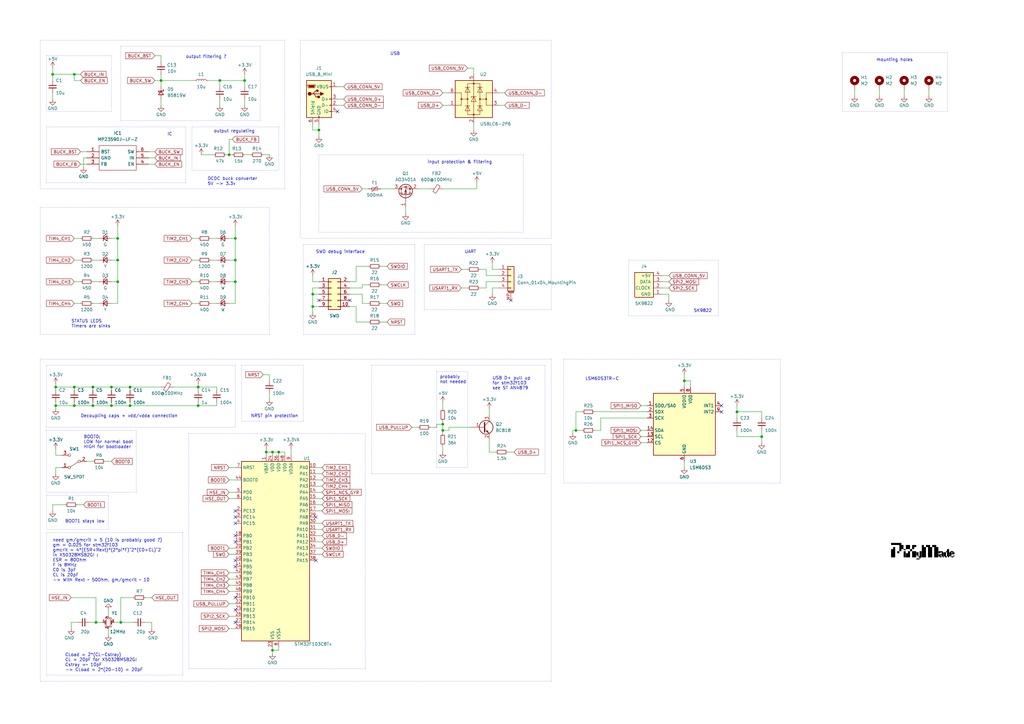
<source format=kicad_sch>
(kicad_sch (version 20230121) (generator eeschema)
  (paper "A3")
  (title_block (date "2024-02-20"))
  (junction (at 30.48 158.75))
  (junction (at 21.59 30.48))
  (junction (at 111.76 266.7))
  (junction (at 96.52 97.79))
  (junction (at 49.53 255.27))
  (junction (at 81.28 158.75))
  (junction (at 90.17 33.02))
  (junction (at 30.48 166.37))
  (junction (at 93.98 63.5))
  (junction (at 81.28 166.37))
  (junction (at 45.72 158.75))
  (junction (at 96.52 106.68))
  (junction (at 53.34 158.75))
  (junction (at 38.1 166.37))
  (junction (at 181.61 173.99))
  (junction (at 109.22 185.42))
  (junction (at 45.72 166.37))
  (junction (at 302.26 168.91))
  (junction (at 22.86 158.75))
  (junction (at 312.42 179.07))
  (junction (at 181.61 176.53))
  (junction (at 39.37 255.27))
  (junction (at 22.86 166.37))
  (junction (at 38.1 158.75))
  (junction (at 30.48 30.48))
  (junction (at 280.67 156.21))
  (junction (at 100.33 33.02))
  (junction (at 96.52 115.57))
  (junction (at 53.34 166.37))
  (junction (at 130.81 53.34))
  (junction (at 48.26 115.57))
  (junction (at 128.27 125.73))
  (junction (at 66.04 33.02))
  (junction (at 114.3 185.42))
  (junction (at 111.76 185.42))
  (junction (at 236.22 176.53))
  (junction (at 128.27 120.65))
  (junction (at 48.26 97.79))
  (junction (at 48.26 106.68))
  (no_connect (at 138.43 45.72))
  (no_connect (at 96.52 232.41))
  (no_connect (at 96.52 219.71))
  (no_connect (at 96.52 212.09))
  (no_connect (at 96.52 255.27))
  (no_connect (at 209.55 123.19))
  (no_connect (at 129.54 229.87))
  (no_connect (at 129.54 212.09))
  (no_connect (at 295.91 168.91))
  (no_connect (at 96.52 229.87))
  (no_connect (at 130.81 123.19))
  (no_connect (at 96.52 245.11))
  (no_connect (at 96.52 222.25))
  (no_connect (at 96.52 214.63))
  (no_connect (at 96.52 250.19))
  (no_connect (at 96.52 209.55))
  (no_connect (at 143.51 123.19))
  (no_connect (at 295.91 166.37))
  (wire (pts (xy 38.1 158.75) (xy 38.1 160.02)))
  (wire (pts (xy 66.04 30.48) (xy 66.04 33.02)))
  (wire (pts (xy 116.84 185.42) (xy 116.84 186.69)))
  (wire (pts (xy 146.05 109.22) (xy 151.13 109.22)))
  (wire (pts (xy 302.26 179.07) (xy 312.42 179.07)))
  (wire (pts (xy 109.22 185.42) (xy 109.22 186.69)))
  (polyline (pts (xy 19.05 176.53) (xy 19.05 201.93)) (stroke (width 0) (type dot)))
  (wire (pts (xy 93.98 106.68) (xy 96.52 106.68)))
  (wire (pts (xy 29.21 255.27) (xy 31.75 255.27)))
  (polyline (pts (xy 231.14 147.32) (xy 231.14 198.12)) (stroke (width 0) (type dot)))
  (wire (pts (xy 33.02 67.31) (xy 35.56 67.31)))
  (wire (pts (xy 128.27 118.11) (xy 128.27 120.65)))
  (polyline (pts (xy 19.05 218.44) (xy 74.93 218.44)) (stroke (width 0) (type dot)))
  (wire (pts (xy 66.04 35.56) (xy 66.04 33.02)))
  (wire (pts (xy 200.66 167.64) (xy 200.66 170.18)))
  (wire (pts (xy 53.34 158.75) (xy 53.34 160.02)))
  (wire (pts (xy 86.36 115.57) (xy 88.9 115.57)))
  (wire (pts (xy 30.48 30.48) (xy 33.02 30.48)))
  (wire (pts (xy 85.09 33.02) (xy 90.17 33.02)))
  (wire (pts (xy 312.42 168.91) (xy 312.42 171.45)))
  (wire (pts (xy 280.67 156.21) (xy 280.67 158.75)))
  (polyline (pts (xy 123.19 16.51) (xy 123.19 97.79)) (stroke (width 0) (type dot)))
  (wire (pts (xy 100.33 33.02) (xy 100.33 35.56)))
  (wire (pts (xy 86.36 106.68) (xy 88.9 106.68)))
  (wire (pts (xy 246.38 176.53) (xy 246.38 171.45)))
  (wire (pts (xy 29.21 245.11) (xy 39.37 245.11)))
  (polyline (pts (xy 123.19 16.51) (xy 226.06 16.51)) (stroke (width 0) (type dot)))
  (wire (pts (xy 302.26 166.37) (xy 302.26 168.91)))
  (wire (pts (xy 156.21 116.84) (xy 158.75 116.84)))
  (polyline (pts (xy 77.47 274.32) (xy 149.86 274.32)) (stroke (width 0) (type dot)))
  (wire (pts (xy 21.59 27.94) (xy 21.59 30.48)))
  (wire (pts (xy 184.15 175.26) (xy 193.04 175.26)))
  (wire (pts (xy 110.49 153.67) (xy 110.49 156.21)))
  (wire (pts (xy 191.77 27.94) (xy 194.31 27.94)))
  (polyline (pts (xy 294.64 129.54) (xy 294.64 106.68)) (stroke (width 0) (type dot)))
  (wire (pts (xy 195.58 74.93) (xy 195.58 77.47)))
  (wire (pts (xy 119.38 184.15) (xy 119.38 186.69)))
  (wire (pts (xy 129.54 222.25) (xy 132.08 222.25)))
  (wire (pts (xy 146.05 132.08) (xy 151.13 132.08)))
  (wire (pts (xy 107.95 153.67) (xy 110.49 153.67)))
  (wire (pts (xy 100.33 40.64) (xy 100.33 43.18)))
  (wire (pts (xy 176.53 175.26) (xy 179.07 175.26)))
  (wire (pts (xy 199.39 110.49) (xy 199.39 113.03)))
  (wire (pts (xy 22.86 158.75) (xy 30.48 158.75)))
  (polyline (pts (xy 16.51 147.32) (xy 16.51 279.4)) (stroke (width 0) (type dot)))
  (wire (pts (xy 30.48 115.57) (xy 33.02 115.57)))
  (wire (pts (xy 114.3 265.43) (xy 114.3 266.7)))
  (wire (pts (xy 30.48 158.75) (xy 30.48 160.02)))
  (wire (pts (xy 81.28 158.75) (xy 81.28 160.02)))
  (wire (pts (xy 262.89 166.37) (xy 265.43 166.37)))
  (wire (pts (xy 129.54 207.01) (xy 132.08 207.01)))
  (polyline (pts (xy 124.46 100.33) (xy 170.18 100.33)) (stroke (width 0) (type dot)))
  (wire (pts (xy 110.49 161.29) (xy 110.49 163.83)))
  (wire (pts (xy 21.59 38.1) (xy 21.59 40.64)))
  (polyline (pts (xy 76.2 52.07) (xy 19.05 52.07)) (stroke (width 0) (type dot)))
  (polyline (pts (xy 16.51 147.32) (xy 226.06 147.32)) (stroke (width 0) (type dot)))
  (wire (pts (xy 30.48 158.75) (xy 38.1 158.75)))
  (wire (pts (xy 93.98 196.85) (xy 96.52 196.85)))
  (wire (pts (xy 146.05 115.57) (xy 146.05 109.22)))
  (wire (pts (xy 208.28 185.42) (xy 210.82 185.42)))
  (wire (pts (xy 59.69 255.27) (xy 62.23 255.27)))
  (polyline (pts (xy 78.74 69.85) (xy 114.3 69.85)) (stroke (width 0) (type dot)))
  (wire (pts (xy 90.17 33.02) (xy 100.33 33.02)))
  (wire (pts (xy 93.98 115.57) (xy 96.52 115.57)))
  (wire (pts (xy 53.34 166.37) (xy 45.72 166.37)))
  (wire (pts (xy 143.51 115.57) (xy 146.05 115.57)))
  (wire (pts (xy 143.51 120.65) (xy 148.59 120.65)))
  (wire (pts (xy 53.34 166.37) (xy 81.28 166.37)))
  (wire (pts (xy 271.78 118.11) (xy 274.32 118.11)))
  (wire (pts (xy 53.34 165.1) (xy 53.34 166.37)))
  (wire (pts (xy 38.1 106.68) (xy 40.64 106.68)))
  (wire (pts (xy 93.98 57.15) (xy 93.98 63.5)))
  (polyline (pts (xy 130.81 95.25) (xy 214.63 95.25)) (stroke (width 0) (type dot)))
  (wire (pts (xy 128.27 53.34) (xy 130.81 53.34)))
  (wire (pts (xy 111.76 185.42) (xy 114.3 185.42)))
  (wire (pts (xy 189.23 110.49) (xy 191.77 110.49)))
  (polyline (pts (xy 49.53 19.05) (xy 49.53 49.53)) (stroke (width 0) (type dot)))
  (wire (pts (xy 93.98 191.77) (xy 96.52 191.77)))
  (polyline (pts (xy 152.4 149.86) (xy 152.4 194.31)) (stroke (width 0) (type dot)))
  (wire (pts (xy 30.48 30.48) (xy 30.48 33.02)))
  (wire (pts (xy 22.86 186.69) (xy 25.4 186.69)))
  (wire (pts (xy 184.15 176.53) (xy 184.15 175.26)))
  (wire (pts (xy 96.52 92.71) (xy 96.52 97.79)))
  (wire (pts (xy 49.53 255.27) (xy 49.53 245.11)))
  (wire (pts (xy 29.21 255.27) (xy 29.21 257.81)))
  (polyline (pts (xy 19.05 52.07) (xy 19.05 74.93)) (stroke (width 0) (type dot)))
  (wire (pts (xy 129.54 214.63) (xy 132.08 214.63)))
  (wire (pts (xy 381 36.83) (xy 381 39.37)))
  (polyline (pts (xy 345.44 21.59) (xy 388.62 21.59)) (stroke (width 0) (type dot)))
  (wire (pts (xy 156.21 77.47) (xy 161.29 77.47)))
  (wire (pts (xy 60.96 64.77) (xy 63.5 64.77)))
  (wire (pts (xy 48.26 106.68) (xy 48.26 115.57)))
  (wire (pts (xy 200.66 180.34) (xy 200.66 185.42)))
  (wire (pts (xy 129.54 191.77) (xy 132.08 191.77)))
  (polyline (pts (xy 77.47 177.8) (xy 77.47 274.32)) (stroke (width 0) (type dot)))
  (wire (pts (xy 181.61 176.53) (xy 184.15 176.53)))
  (wire (pts (xy 262.89 181.61) (xy 265.43 181.61)))
  (wire (pts (xy 271.78 113.03) (xy 274.32 113.03)))
  (wire (pts (xy 130.81 50.8) (xy 130.81 53.34)))
  (polyline (pts (xy 114.3 52.07) (xy 114.3 69.85)) (stroke (width 0) (type dot)))
  (polyline (pts (xy 294.64 106.68) (xy 257.81 106.68)) (stroke (width 0) (type dot)))
  (wire (pts (xy 81.28 157.48) (xy 81.28 158.75)))
  (wire (pts (xy 129.54 217.17) (xy 132.08 217.17)))
  (wire (pts (xy 199.39 118.11) (xy 199.39 115.57)))
  (wire (pts (xy 280.67 189.23) (xy 280.67 191.77)))
  (wire (pts (xy 59.69 245.11) (xy 62.23 245.11)))
  (wire (pts (xy 114.3 266.7) (xy 111.76 266.7)))
  (wire (pts (xy 39.37 255.27) (xy 39.37 245.11)))
  (polyline (pts (xy 226.06 127) (xy 173.99 127)) (stroke (width 0) (type dot)))
  (polyline (pts (xy 96.52 149.86) (xy 96.52 175.26)) (stroke (width 0) (type dot)))
  (wire (pts (xy 45.72 124.46) (xy 48.26 124.46)))
  (wire (pts (xy 45.72 166.37) (xy 38.1 166.37)))
  (wire (pts (xy 88.9 165.1) (xy 88.9 166.37)))
  (wire (pts (xy 236.22 176.53) (xy 238.76 176.53)))
  (polyline (pts (xy 257.81 129.54) (xy 294.64 129.54)) (stroke (width 0) (type dot)))
  (polyline (pts (xy 99.06 149.86) (xy 124.46 149.86)) (stroke (width 0) (type dot)))
  (polyline (pts (xy 45.72 45.72) (xy 19.05 45.72)) (stroke (width 0) (type dot)))
  (wire (pts (xy 60.96 62.23) (xy 63.5 62.23)))
  (wire (pts (xy 156.21 132.08) (xy 158.75 132.08)))
  (wire (pts (xy 38.1 97.79) (xy 40.64 97.79)))
  (wire (pts (xy 30.48 124.46) (xy 33.02 124.46)))
  (wire (pts (xy 181.61 182.88) (xy 181.61 185.42)))
  (wire (pts (xy 129.54 227.33) (xy 132.08 227.33)))
  (polyline (pts (xy 320.04 147.32) (xy 320.04 198.12)) (stroke (width 0) (type dot)))
  (wire (pts (xy 129.54 209.55) (xy 132.08 209.55)))
  (wire (pts (xy 93.98 124.46) (xy 96.52 124.46)))
  (wire (pts (xy 234.95 176.53) (xy 236.22 176.53)))
  (wire (pts (xy 45.72 97.79) (xy 48.26 97.79)))
  (wire (pts (xy 302.26 168.91) (xy 312.42 168.91)))
  (wire (pts (xy 93.98 227.33) (xy 96.52 227.33)))
  (wire (pts (xy 48.26 97.79) (xy 48.26 106.68)))
  (wire (pts (xy 129.54 224.79) (xy 132.08 224.79)))
  (wire (pts (xy 246.38 171.45) (xy 265.43 171.45)))
  (polyline (pts (xy 99.06 149.86) (xy 99.06 172.72)) (stroke (width 0) (type dot)))
  (polyline (pts (xy 179.07 152.4) (xy 191.77 152.4)) (stroke (width 0) (type dot)))
  (wire (pts (xy 243.84 168.91) (xy 265.43 168.91)))
  (wire (pts (xy 129.54 194.31) (xy 132.08 194.31)))
  (polyline (pts (xy 170.18 100.33) (xy 170.18 137.16)) (stroke (width 0) (type dot)))
  (wire (pts (xy 22.86 184.15) (xy 22.86 186.69)))
  (wire (pts (xy 93.98 57.15) (xy 95.25 57.15)))
  (wire (pts (xy 62.23 255.27) (xy 62.23 257.81)))
  (wire (pts (xy 81.28 166.37) (xy 81.28 165.1)))
  (wire (pts (xy 179.07 175.26) (xy 179.07 173.99)))
  (polyline (pts (xy 16.51 85.09) (xy 110.49 85.09)) (stroke (width 0) (type dot)))
  (wire (pts (xy 138.43 43.18) (xy 140.97 43.18)))
  (wire (pts (xy 93.98 242.57) (xy 96.52 242.57)))
  (wire (pts (xy 312.42 176.53) (xy 312.42 179.07)))
  (polyline (pts (xy 179.07 152.4) (xy 179.07 191.77)) (stroke (width 0) (type dot)))
  (wire (pts (xy 129.54 219.71) (xy 132.08 219.71)))
  (wire (pts (xy 30.48 97.79) (xy 33.02 97.79)))
  (wire (pts (xy 360.68 36.83) (xy 360.68 39.37)))
  (wire (pts (xy 44.45 257.81) (xy 44.45 260.35)))
  (wire (pts (xy 148.59 120.65) (xy 148.59 124.46)))
  (wire (pts (xy 370.84 36.83) (xy 370.84 39.37)))
  (wire (pts (xy 138.43 35.56) (xy 140.97 35.56)))
  (wire (pts (xy 66.04 33.02) (xy 63.5 33.02)))
  (wire (pts (xy 22.86 157.48) (xy 22.86 158.75)))
  (polyline (pts (xy 116.84 77.47) (xy 16.51 77.47)) (stroke (width 0) (type dot)))
  (wire (pts (xy 148.59 116.84) (xy 151.13 116.84)))
  (polyline (pts (xy 19.05 149.86) (xy 19.05 175.26)) (stroke (width 0) (type dot)))
  (polyline (pts (xy 320.04 198.12) (xy 231.14 198.12)) (stroke (width 0) (type dot)))
  (wire (pts (xy 236.22 168.91) (xy 236.22 176.53)))
  (wire (pts (xy 34.29 64.77) (xy 34.29 68.58)))
  (polyline (pts (xy 19.05 203.2) (xy 19.05 217.17)) (stroke (width 0) (type dot)))
  (wire (pts (xy 107.95 63.5) (xy 110.49 63.5)))
  (wire (pts (xy 34.29 64.77) (xy 35.56 64.77)))
  (polyline (pts (xy 226.06 97.79) (xy 123.19 97.79)) (stroke (width 0) (type dot)))
  (wire (pts (xy 274.32 120.65) (xy 274.32 123.19)))
  (wire (pts (xy 93.98 204.47) (xy 96.52 204.47)))
  (polyline (pts (xy 223.52 194.31) (xy 152.4 194.31)) (stroke (width 0) (type dot)))
  (wire (pts (xy 86.36 124.46) (xy 88.9 124.46)))
  (wire (pts (xy 194.31 27.94) (xy 194.31 30.48)))
  (wire (pts (xy 181.61 176.53) (xy 181.61 177.8)))
  (wire (pts (xy 46.99 255.27) (xy 49.53 255.27)))
  (wire (pts (xy 43.18 189.23) (xy 45.72 189.23)))
  (wire (pts (xy 21.59 30.48) (xy 30.48 30.48)))
  (wire (pts (xy 128.27 125.73) (xy 130.81 125.73)))
  (wire (pts (xy 93.98 97.79) (xy 96.52 97.79)))
  (wire (pts (xy 128.27 50.8) (xy 128.27 53.34)))
  (polyline (pts (xy 106.68 19.05) (xy 49.53 19.05)) (stroke (width 0) (type dot)))
  (wire (pts (xy 22.86 166.37) (xy 22.86 167.64)))
  (wire (pts (xy 111.76 185.42) (xy 111.76 186.69)))
  (polyline (pts (xy 19.05 22.86) (xy 45.72 22.86)) (stroke (width 0) (type dot)))
  (wire (pts (xy 148.59 124.46) (xy 151.13 124.46)))
  (wire (pts (xy 96.52 115.57) (xy 96.52 124.46)))
  (wire (pts (xy 88.9 166.37) (xy 81.28 166.37)))
  (polyline (pts (xy 388.62 21.59) (xy 388.62 45.72)) (stroke (width 0) (type dot)))
  (wire (pts (xy 78.74 115.57) (xy 81.28 115.57)))
  (wire (pts (xy 271.78 115.57) (xy 274.32 115.57)))
  (wire (pts (xy 38.1 158.75) (xy 45.72 158.75)))
  (wire (pts (xy 199.39 115.57) (xy 204.47 115.57)))
  (wire (pts (xy 199.39 110.49) (xy 196.85 110.49)))
  (polyline (pts (xy 231.14 147.32) (xy 320.04 147.32)) (stroke (width 0) (type dot)))
  (wire (pts (xy 201.93 118.11) (xy 201.93 120.65)))
  (wire (pts (xy 45.72 158.75) (xy 45.72 160.02)))
  (wire (pts (xy 48.26 92.71) (xy 48.26 97.79)))
  (wire (pts (xy 130.81 53.34) (xy 130.81 55.88)))
  (polyline (pts (xy 173.99 100.33) (xy 226.06 100.33)) (stroke (width 0) (type dot)))
  (wire (pts (xy 30.48 166.37) (xy 22.86 166.37)))
  (wire (pts (xy 78.74 97.79) (xy 81.28 97.79)))
  (polyline (pts (xy 149.86 274.32) (xy 149.86 177.8)) (stroke (width 0) (type dot)))
  (wire (pts (xy 201.93 107.95) (xy 201.93 110.49)))
  (polyline (pts (xy 44.45 217.17) (xy 19.05 217.17)) (stroke (width 0) (type dot)))
  (wire (pts (xy 181.61 77.47) (xy 195.58 77.47)))
  (polyline (pts (xy 19.05 203.2) (xy 44.45 203.2)) (stroke (width 0) (type dot)))
  (wire (pts (xy 143.51 125.73) (xy 146.05 125.73)))
  (polyline (pts (xy 16.51 16.51) (xy 116.84 16.51)) (stroke (width 0) (type dot)))
  (wire (pts (xy 86.36 97.79) (xy 88.9 97.79)))
  (wire (pts (xy 168.91 175.26) (xy 171.45 175.26)))
  (polyline (pts (xy 78.74 52.07) (xy 78.74 69.85)) (stroke (width 0) (type dot)))
  (wire (pts (xy 199.39 113.03) (xy 204.47 113.03)))
  (polyline (pts (xy 76.2 74.93) (xy 76.2 52.07)) (stroke (width 0) (type dot)))
  (wire (pts (xy 100.33 30.48) (xy 100.33 33.02)))
  (wire (pts (xy 129.54 204.47) (xy 132.08 204.47)))
  (wire (pts (xy 90.17 40.64) (xy 90.17 43.18)))
  (wire (pts (xy 44.45 250.19) (xy 44.45 252.73)))
  (polyline (pts (xy 149.86 177.8) (xy 77.47 177.8)) (stroke (width 0) (type dot)))
  (polyline (pts (xy 44.45 203.2) (xy 44.45 217.17)) (stroke (width 0) (type dot)))
  (polyline (pts (xy 16.51 16.51) (xy 16.51 77.47)) (stroke (width 0) (type dot)))
  (polyline (pts (xy 257.81 106.68) (xy 257.81 129.54)) (stroke (width 0) (type dot)))
  (wire (pts (xy 156.21 124.46) (xy 158.75 124.46)))
  (polyline (pts (xy 170.18 137.16) (xy 124.46 137.16)) (stroke (width 0) (type dot)))
  (wire (pts (xy 143.51 118.11) (xy 148.59 118.11)))
  (wire (pts (xy 66.04 33.02) (xy 80.01 33.02)))
  (wire (pts (xy 171.45 77.47) (xy 176.53 77.47)))
  (wire (pts (xy 45.72 158.75) (xy 53.34 158.75)))
  (wire (pts (xy 138.43 40.64) (xy 140.97 40.64)))
  (wire (pts (xy 148.59 77.47) (xy 151.13 77.47)))
  (wire (pts (xy 45.72 106.68) (xy 48.26 106.68)))
  (wire (pts (xy 93.98 63.5) (xy 95.25 63.5)))
  (wire (pts (xy 81.28 158.75) (xy 88.9 158.75)))
  (wire (pts (xy 78.74 124.46) (xy 81.28 124.46)))
  (wire (pts (xy 166.37 85.09) (xy 166.37 87.63)))
  (wire (pts (xy 30.48 106.68) (xy 33.02 106.68)))
  (polyline (pts (xy 214.63 95.25) (xy 214.63 63.5)) (stroke (width 0) (type dot)))
  (wire (pts (xy 22.86 158.75) (xy 22.86 160.02)))
  (polyline (pts (xy 179.07 191.77) (xy 191.77 191.77)) (stroke (width 0) (type dot)))
  (wire (pts (xy 96.52 106.68) (xy 96.52 115.57)))
  (wire (pts (xy 93.98 257.81) (xy 96.52 257.81)))
  (polyline (pts (xy 345.44 21.59) (xy 345.44 45.72)) (stroke (width 0) (type dot)))
  (polyline (pts (xy 214.63 63.5) (xy 130.81 63.5)) (stroke (width 0) (type dot)))
  (wire (pts (xy 45.72 165.1) (xy 45.72 166.37)))
  (polyline (pts (xy 19.05 149.86) (xy 96.52 149.86)) (stroke (width 0) (type dot)))
  (wire (pts (xy 21.59 30.48) (xy 21.59 33.02)))
  (wire (pts (xy 114.3 185.42) (xy 116.84 185.42)))
  (wire (pts (xy 30.48 165.1) (xy 30.48 166.37)))
  (wire (pts (xy 109.22 184.15) (xy 109.22 185.42)))
  (wire (pts (xy 66.04 22.86) (xy 66.04 25.4)))
  (wire (pts (xy 38.1 115.57) (xy 40.64 115.57)))
  (polyline (pts (xy 110.49 85.09) (xy 110.49 137.16)) (stroke (width 0) (type dot)))
  (wire (pts (xy 129.54 201.93) (xy 132.08 201.93)))
  (wire (pts (xy 204.47 43.18) (xy 207.01 43.18)))
  (wire (pts (xy 189.23 118.11) (xy 191.77 118.11)))
  (wire (pts (xy 30.48 33.02) (xy 33.02 33.02)))
  (wire (pts (xy 181.61 43.18) (xy 184.15 43.18)))
  (wire (pts (xy 181.61 165.1) (xy 181.61 167.64)))
  (wire (pts (xy 39.37 255.27) (xy 41.91 255.27)))
  (polyline (pts (xy 55.88 176.53) (xy 55.88 201.93)) (stroke (width 0) (type dot)))
  (polyline (pts (xy 130.81 63.5) (xy 130.81 95.25)) (stroke (width 0) (type dot)))
  (wire (pts (xy 82.55 63.5) (xy 87.63 63.5)))
  (wire (pts (xy 21.59 207.01) (xy 26.67 207.01)))
  (wire (pts (xy 200.66 185.42) (xy 203.2 185.42)))
  (wire (pts (xy 78.74 106.68) (xy 81.28 106.68)))
  (wire (pts (xy 93.98 224.79) (xy 96.52 224.79)))
  (wire (pts (xy 238.76 168.91) (xy 236.22 168.91)))
  (wire (pts (xy 181.61 173.99) (xy 181.61 176.53)))
  (wire (pts (xy 130.81 115.57) (xy 128.27 115.57)))
  (wire (pts (xy 128.27 115.57) (xy 128.27 113.03)))
  (wire (pts (xy 204.47 38.1) (xy 207.01 38.1)))
  (polyline (pts (xy 124.46 172.72) (xy 99.06 172.72)) (stroke (width 0) (type dot)))
  (wire (pts (xy 111.76 265.43) (xy 111.76 266.7)))
  (wire (pts (xy 38.1 124.46) (xy 40.64 124.46)))
  (wire (pts (xy 38.1 165.1) (xy 38.1 166.37)))
  (polyline (pts (xy 16.51 137.16) (xy 16.51 85.09)) (stroke (width 0) (type dot)))
  (wire (pts (xy 194.31 50.8) (xy 194.31 53.34)))
  (wire (pts (xy 181.61 38.1) (xy 184.15 38.1)))
  (wire (pts (xy 92.71 63.5) (xy 93.98 63.5)))
  (wire (pts (xy 31.75 207.01) (xy 34.29 207.01)))
  (wire (pts (xy 100.33 63.5) (xy 102.87 63.5)))
  (polyline (pts (xy 74.93 276.86) (xy 19.05 276.86)) (stroke (width 0) (type dot)))
  (wire (pts (xy 179.07 173.99) (xy 181.61 173.99)))
  (wire (pts (xy 90.17 33.02) (xy 90.17 35.56)))
  (polyline (pts (xy 49.53 49.53) (xy 106.68 49.53)) (stroke (width 0) (type dot)))
  (wire (pts (xy 66.04 40.64) (xy 66.04 43.18)))
  (wire (pts (xy 53.34 158.75) (xy 66.04 158.75)))
  (polyline (pts (xy 191.77 191.77) (xy 191.77 152.4)) (stroke (width 0) (type dot)))
  (wire (pts (xy 45.72 115.57) (xy 48.26 115.57)))
  (wire (pts (xy 109.22 185.42) (xy 111.76 185.42)))
  (polyline (pts (xy 226.06 16.51) (xy 226.06 97.79)) (stroke (width 0) (type dot)))
  (wire (pts (xy 129.54 199.39) (xy 132.08 199.39)))
  (polyline (pts (xy 19.05 74.93) (xy 76.2 74.93)) (stroke (width 0) (type dot)))
  (polyline (pts (xy 45.72 22.86) (xy 45.72 45.72)) (stroke (width 0) (type dot)))
  (wire (pts (xy 280.67 156.21) (xy 283.21 156.21)))
  (polyline (pts (xy 19.05 176.53) (xy 55.88 176.53)) (stroke (width 0) (type dot)))
  (wire (pts (xy 156.21 109.22) (xy 158.75 109.22)))
  (polyline (pts (xy 74.93 218.44) (xy 74.93 276.86)) (stroke (width 0) (type dot)))
  (wire (pts (xy 48.26 115.57) (xy 48.26 124.46)))
  (wire (pts (xy 199.39 118.11) (xy 196.85 118.11)))
  (polyline (pts (xy 19.05 22.86) (xy 19.05 45.72)) (stroke (width 0) (type dot)))
  (wire (pts (xy 35.56 189.23) (xy 38.1 189.23)))
  (polyline (pts (xy 388.62 45.72) (xy 345.44 45.72)) (stroke (width 0) (type dot)))
  (wire (pts (xy 71.12 158.75) (xy 81.28 158.75)))
  (wire (pts (xy 243.84 176.53) (xy 246.38 176.53)))
  (polyline (pts (xy 223.52 149.86) (xy 223.52 194.31)) (stroke (width 0) (type dot)))
  (polyline (pts (xy 19.05 276.86) (xy 19.05 218.44)) (stroke (width 0) (type dot)))
  (wire (pts (xy 283.21 156.21) (xy 283.21 158.75)))
  (wire (pts (xy 36.83 255.27) (xy 39.37 255.27)))
  (wire (pts (xy 204.47 118.11) (xy 201.93 118.11)))
  (wire (pts (xy 93.98 201.93) (xy 96.52 201.93)))
  (wire (pts (xy 60.96 67.31) (xy 63.5 67.31)))
  (polyline (pts (xy 226.06 147.32) (xy 226.06 279.4)) (stroke (width 0) (type dot)))
  (wire (pts (xy 93.98 247.65) (xy 96.52 247.65)))
  (polyline (pts (xy 116.84 16.51) (xy 116.84 77.47)) (stroke (width 0) (type dot)))
  (wire (pts (xy 21.59 207.01) (xy 21.59 209.55)))
  (wire (pts (xy 312.42 179.07) (xy 312.42 181.61)))
  (polyline (pts (xy 106.68 19.05) (xy 106.68 49.53)) (stroke (width 0) (type dot)))
  (wire (pts (xy 88.9 158.75) (xy 88.9 160.02)))
  (polyline (pts (xy 173.99 100.33) (xy 173.99 127)) (stroke (width 0) (type dot)))
  (wire (pts (xy 111.76 266.7) (xy 111.76 267.97)))
  (polyline (pts (xy 152.4 149.86) (xy 223.52 149.86)) (stroke (width 0) (type dot)))
  (polyline (pts (xy 110.49 137.16) (xy 16.51 137.16)) (stroke (width 0) (type dot)))
  (wire (pts (xy 350.52 36.83) (xy 350.52 39.37)))
  (wire (pts (xy 128.27 125.73) (xy 128.27 128.27)))
  (wire (pts (xy 22.86 191.77) (xy 25.4 191.77)))
  (wire (pts (xy 148.59 118.11) (xy 148.59 116.84)))
  (wire (pts (xy 181.61 172.72) (xy 181.61 173.99)))
  (wire (pts (xy 63.5 22.86) (xy 66.04 22.86)))
  (wire (pts (xy 38.1 166.37) (xy 30.48 166.37)))
  (wire (pts (xy 130.81 118.11) (xy 128.27 118.11)))
  (wire (pts (xy 302.26 168.91) (xy 302.26 171.45)))
  (polyline (pts (xy 226.06 100.33) (xy 226.06 127)) (stroke (width 0) (type dot)))
  (polyline (pts (xy 55.88 201.93) (xy 19.05 201.93)) (stroke (width 0) (type dot)))
  (wire (pts (xy 271.78 120.65) (xy 274.32 120.65)))
  (wire (pts (xy 128.27 120.65) (xy 130.81 120.65)))
  (wire (pts (xy 128.27 120.65) (xy 128.27 125.73)))
  (polyline (pts (xy 96.52 175.26) (xy 19.05 175.26)) (stroke (width 0) (type dot)))
  (wire (pts (xy 262.89 179.07) (xy 265.43 179.07)))
  (polyline (pts (xy 124.46 137.16) (xy 124.46 100.33)) (stroke (width 0) (type dot)))
  (wire (pts (xy 234.95 177.8) (xy 234.95 176.53)))
  (wire (pts (xy 49.53 245.11) (xy 54.61 245.11)))
  (wire (pts (xy 33.02 62.23) (xy 35.56 62.23)))
  (wire (pts (xy 114.3 185.42) (xy 114.3 186.69)))
  (wire (pts (xy 93.98 234.95) (xy 96.52 234.95)))
  (wire (pts (xy 129.54 196.85) (xy 132.08 196.85)))
  (wire (pts (xy 302.26 176.53) (xy 302.26 179.07)))
  (polyline (pts (xy 114.3 52.07) (xy 78.74 52.07)) (stroke (width 0) (type dot)))
  (wire (pts (xy 96.52 97.79) (xy 96.52 106.68)))
  (wire (pts (xy 93.98 240.03) (xy 96.52 240.03)))
  (polyline (pts (xy 124.46 149.86) (xy 124.46 172.72)) (stroke (width 0) (type dot)))
  (wire (pts (xy 93.98 237.49) (xy 96.52 237.49)))
  (wire (pts (xy 22.86 165.1) (xy 22.86 166.37)))
  (wire (pts (xy 262.89 176.53) (xy 265.43 176.53)))
  (wire (pts (xy 201.93 110.49) (xy 204.47 110.49)))
  (wire (pts (xy 49.53 255.27) (xy 54.61 255.27)))
  (wire (pts (xy 93.98 252.73) (xy 96.52 252.73)))
  (polyline (pts (xy 226.06 279.4) (xy 16.51 279.4)) (stroke (width 0) (type dot)))
  (wire (pts (xy 280.67 153.67) (xy 280.67 156.21)))
  (wire (pts (xy 22.86 194.31) (xy 22.86 191.77)))
  (wire (pts (xy 146.05 125.73) (xy 146.05 132.08)))
  (image (at 378.46 236.22))
  (image (at 378.46 226.06))
  (text "USB" (at 160.02 22.86 0) (effects (font (size 1.27 1.27)) (justify left bottom)))
  (text "UART" (at 190.5 104.14 0) (effects (font (size 1.27 1.27)) (justify left bottom)))
  (text "output filtering ?" (at 76.2 24.13 0) (effects (font (size 1.27 1.27)) (justify left bottom)))
  (text "LSM6DS3TR-C" (at 240.03 156.21 0) (effects (font (size 1.27 1.27)) (justify left bottom)))
  (text "USB D+ pull up\nfor stm32f103\nsee ST AN4879" (at 201.93 160.02 0) (effects (font (size 1.27 1.27)) (justify left bottom)))
  (text "STATUS LEDS\nTimers are sinks" (at 29.21 134.62 0) (effects (font (size 1.27 1.27)) (justify left bottom)))
  (text "DCDC buck converter\n5V -> 3.3v" (at 85.09 76.2 0) (effects (font (size 1.27 1.27)) (justify left bottom)))
  (text "input protection & filtering" (at 175.26 67.31 0) (effects (font (size 1.27 1.27)) (justify left bottom)))
  (text "BOOT1 stays low" (at 26.67 214.63 0) (effects (font (size 1.27 1.27)) (justify left bottom)))
  (text "output regulating" (at 87.63 54.61 0) (effects (font (size 1.27 1.27)) (justify left bottom)))
  (text "need gm/gmcrit > 5 (10 is probably good ?)\ngm = 0.025 for stm32f103\ngmcrit = 4*(ESR+Rext)*(2*pi*F)^2*(C0+CL)^2\nin X50328MSB2GI :\nESR = 80Ohm\nF is 8MHz\nC0 is 3pF\nCL is 20pF\n-> With Rext ~ 50Ohm, gm/gmcrit ~ 10" (at 21.59 238.76 0) (effects (font (size 1.27 1.27)) (justify left bottom)))
  (text "CLoad = 2*(CL-Cstray)\nCL = 20pF for X50328MSB2GI\nCstray =~ 10pF\n-> CLoad = 2*(20-10) = 20pF" (at 26.67 275.59 0) (effects (font (size 1.27 1.27)) (justify left bottom)))
  (text "NRST pin protection" (at 102.87 171.45 0) (effects (font (size 1.27 1.27)) (justify left bottom)))
  (text "IC" (at 68.58 55.88 0) (effects (font (size 1.27 1.27)) (justify left bottom)))
  (text "Decoupling caps + vdd/vdda connection" (at 33.02 171.45 0) (effects (font (size 1.27 1.27)) (justify left bottom)))
  (text "SK9822" (at 284.48 128.27 0) (effects (font (size 1.27 1.27)) (justify left bottom)))
  (text "probably\nnot needed" (at 180.34 157.48 0) (effects (font (size 1.27 1.27)) (justify left bottom)))
  (text "BOOT0:\nLOW for normal boot\nHIGH for bootloader" (at 34.29 184.15 0) (effects (font (size 1.27 1.27)) (justify left bottom)))
  (text "SWD debug interface" (at 129.54 104.14 0) (effects (font (size 1.27 1.27)) (justify left bottom)))
  (text "mounting holes" (at 359.41 25.4 0) (effects (font (size 1.27 1.27)) (justify left bottom)))
  (global_label "USB_PULLUP" (shape input) (at 168.91 175.26 180) (property "Intersheetrefs" "${INTERSHEET_REFS}" (effects hide)))
  (global_label "BUCK_FB" (shape input) (at 95.25 57.15 0) (property "Intersheetrefs" "${INTERSHEET_REFS}" (effects hide)))
  (global_label "BUCK_EN" (shape input) (at 33.02 33.02 0) (property "Intersheetrefs" "${INTERSHEET_REFS}" (effects hide)))
  (global_label "USB_CONN_D+" (shape input) (at 140.97 40.64 0) (property "Intersheetrefs" "${INTERSHEET_REFS}" (effects hide)))
  (global_label "BUCK_SW" (shape input) (at 63.5 62.23 0) (property "Intersheetrefs" "${INTERSHEET_REFS}" (effects hide)))
  (global_label "SPI2_SCK" (shape input) (at 274.32 118.11 0) (property "Intersheetrefs" "${INTERSHEET_REFS}" (effects hide)))
  (global_label "HSE_IN" (shape input) (at 93.98 201.93 180) (property "Intersheetrefs" "${INTERSHEET_REFS}" (effects hide)))
  (global_label "SPI1_MISO" (shape input) (at 132.08 207.01 0) (property "Intersheetrefs" "${INTERSHEET_REFS}" (effects hide)))
  (global_label "BOOT1" (shape input) (at 93.98 224.79 180) (property "Intersheetrefs" "${INTERSHEET_REFS}" (effects hide)))
  (global_label "TIM2_CH3" (shape input) (at 132.08 196.85 0) (property "Intersheetrefs" "${INTERSHEET_REFS}" (effects hide)))
  (global_label "BUCK_SW" (shape input) (at 63.5 33.02 180) (property "Intersheetrefs" "${INTERSHEET_REFS}" (effects hide)))
  (global_label "SWDIO" (shape input) (at 132.08 224.79 0) (property "Intersheetrefs" "${INTERSHEET_REFS}" (effects hide)))
  (global_label "SPI2_SCK" (shape input) (at 93.98 252.73 180) (property "Intersheetrefs" "${INTERSHEET_REFS}" (effects hide)))
  (global_label "TIM4_CH4" (shape input) (at 93.98 242.57 180) (property "Intersheetrefs" "${INTERSHEET_REFS}" (effects hide)))
  (global_label "USB_CONN_5V" (shape input) (at 274.32 113.03 0) (property "Intersheetrefs" "${INTERSHEET_REFS}" (effects hide)))
  (global_label "USB_CONN_5V" (shape input) (at 148.59 77.47 180) (property "Intersheetrefs" "${INTERSHEET_REFS}" (effects hide)))
  (global_label "TIM2_CH2" (shape input) (at 78.74 106.68 180) (property "Intersheetrefs" "${INTERSHEET_REFS}" (effects hide)))
  (global_label "SWO" (shape input) (at 158.75 124.46 0) (property "Intersheetrefs" "${INTERSHEET_REFS}" (effects hide)))
  (global_label "HSE_OUT" (shape input) (at 62.23 245.11 0) (property "Intersheetrefs" "${INTERSHEET_REFS}" (effects hide)))
  (global_label "USART1_RX" (shape input) (at 189.23 118.11 180) (property "Intersheetrefs" "${INTERSHEET_REFS}" (effects hide)))
  (global_label "NRST" (shape input) (at 158.75 132.08 0) (property "Intersheetrefs" "${INTERSHEET_REFS}" (effects hide)))
  (global_label "SWO" (shape input) (at 93.98 227.33 180) (property "Intersheetrefs" "${INTERSHEET_REFS}" (effects hide)))
  (global_label "SPI1_MISO" (shape input) (at 262.89 166.37 180) (property "Intersheetrefs" "${INTERSHEET_REFS}" (effects hide)))
  (global_label "TIM2_CH1" (shape input) (at 132.08 191.77 0) (property "Intersheetrefs" "${INTERSHEET_REFS}" (effects hide)))
  (global_label "USB_D+" (shape input) (at 210.82 185.42 0) (property "Intersheetrefs" "${INTERSHEET_REFS}" (effects hide)))
  (global_label "USB_D-" (shape input) (at 132.08 219.71 0) (property "Intersheetrefs" "${INTERSHEET_REFS}" (effects hide)))
  (global_label "BOOT0" (shape input) (at 93.98 196.85 180) (property "Intersheetrefs" "${INTERSHEET_REFS}" (effects hide)))
  (global_label "BUCK_EN" (shape input) (at 63.5 67.31 0) (property "Intersheetrefs" "${INTERSHEET_REFS}" (effects hide)))
  (global_label "TIM4_CH1" (shape input) (at 93.98 234.95 180) (property "Intersheetrefs" "${INTERSHEET_REFS}" (effects hide)))
  (global_label "HSE_IN" (shape input) (at 29.21 245.11 180) (property "Intersheetrefs" "${INTERSHEET_REFS}" (effects hide)))
  (global_label "SPI1_MOSI" (shape input) (at 132.08 209.55 0) (property "Intersheetrefs" "${INTERSHEET_REFS}" (effects hide)))
  (global_label "TIM2_CH2" (shape input) (at 132.08 194.31 0) (property "Intersheetrefs" "${INTERSHEET_REFS}" (effects hide)))
  (global_label "BUCK_BST" (shape input) (at 63.5 22.86 180) (property "Intersheetrefs" "${INTERSHEET_REFS}" (effects hide)))
  (global_label "SPI2_MOSI" (shape input) (at 93.98 257.81 180) (property "Intersheetrefs" "${INTERSHEET_REFS}" (effects hide)))
  (global_label "TIM2_CH4" (shape input) (at 132.08 199.39 0) (property "Intersheetrefs" "${INTERSHEET_REFS}" (effects hide)))
  (global_label "TIM4_CH2" (shape input) (at 30.48 106.68 180) (property "Intersheetrefs" "${INTERSHEET_REFS}" (effects hide)))
  (global_label "NRST" (shape input) (at 107.95 153.67 180) (property "Intersheetrefs" "${INTERSHEET_REFS}" (effects hide)))
  (global_label "BUCK_FB" (shape input) (at 33.02 67.31 180) (property "Intersheetrefs" "${INTERSHEET_REFS}" (effects hide)))
  (global_label "SPI1_NCS_GYR" (shape input) (at 132.08 201.93 0) (property "Intersheetrefs" "${INTERSHEET_REFS}" (effects hide)))
  (global_label "BUCK_BST" (shape input) (at 33.02 62.23 180) (property "Intersheetrefs" "${INTERSHEET_REFS}" (effects hide)))
  (global_label "USB_CONN_5V" (shape input) (at 191.77 27.94 180) (property "Intersheetrefs" "${INTERSHEET_REFS}" (effects hide)))
  (global_label "BUCK_IN" (shape input) (at 33.02 30.48 0) (property "Intersheetrefs" "${INTERSHEET_REFS}" (effects hide)))
  (global_label "SWCLK" (shape input) (at 158.75 116.84 0) (property "Intersheetrefs" "${INTERSHEET_REFS}" (effects hide)))
  (global_label "TIM2_CH1" (shape input) (at 78.74 97.79 180) (property "Intersheetrefs" "${INTERSHEET_REFS}" (effects hide)))
  (global_label "TIM4_CH2" (shape input) (at 93.98 237.49 180) (property "Intersheetrefs" "${INTERSHEET_REFS}" (effects hide)))
  (global_label "USB_CONN_D+" (shape input) (at 181.61 38.1 180) (property "Intersheetrefs" "${INTERSHEET_REFS}" (effects hide)))
  (global_label "SPI1_SCK" (shape input) (at 132.08 204.47 0) (property "Intersheetrefs" "${INTERSHEET_REFS}" (effects hide)))
  (global_label "NRST" (shape input) (at 93.98 191.77 180) (property "Intersheetrefs" "${INTERSHEET_REFS}" (effects hide)))
  (global_label "USB_D-" (shape input) (at 207.01 43.18 0) (property "Intersheetrefs" "${INTERSHEET_REFS}" (effects hide)))
  (global_label "USART1_RX" (shape input) (at 132.08 217.17 0) (property "Intersheetrefs" "${INTERSHEET_REFS}" (effects hide)))
  (global_label "BOOT0" (shape input) (at 45.72 189.23 0) (property "Intersheetrefs" "${INTERSHEET_REFS}" (effects hide)))
  (global_label "HSE_OUT" (shape input) (at 93.98 204.47 180) (property "Intersheetrefs" "${INTERSHEET_REFS}" (effects hide)))
  (global_label "TIM2_CH3" (shape input) (at 78.74 115.57 180) (property "Intersheetrefs" "${INTERSHEET_REFS}" (effects hide)))
  (global_label "SPI1_MOSI" (shape input) (at 262.89 176.53 180) (property "Intersheetrefs" "${INTERSHEET_REFS}" (effects hide)))
  (global_label "USB_D+" (shape input) (at 132.08 222.25 0) (property "Intersheetrefs" "${INTERSHEET_REFS}" (effects hide)))
  (global_label "TIM4_CH3" (shape input) (at 30.48 115.57 180) (property "Intersheetrefs" "${INTERSHEET_REFS}" (effects hide)))
  (global_label "USB_CONN_D-" (shape input) (at 207.01 38.1 0) (property "Intersheetrefs" "${INTERSHEET_REFS}" (effects hide)))
  (global_label "SPI2_MOSI" (shape input) (at 274.32 115.57 0) (property "Intersheetrefs" "${INTERSHEET_REFS}" (effects hide)))
  (global_label "BUCK_IN" (shape input) (at 63.5 64.77 0) (property "Intersheetrefs" "${INTERSHEET_REFS}" (effects hide)))
  (global_label "USB_PULLUP" (shape input) (at 93.98 247.65 180) (property "Intersheetrefs" "${INTERSHEET_REFS}" (effects hide)))
  (global_label "USART1_TX" (shape input) (at 132.08 214.63 0) (property "Intersheetrefs" "${INTERSHEET_REFS}" (effects hide)))
  (global_label "USART1_TX" (shape input) (at 189.23 110.49 180) (property "Intersheetrefs" "${INTERSHEET_REFS}" (effects hide)))
  (global_label "SWDIO" (shape input) (at 158.75 109.22 0) (property "Intersheetrefs" "${INTERSHEET_REFS}" (effects hide)))
  (global_label "BOOT1" (shape input) (at 34.29 207.01 0) (property "Intersheetrefs" "${INTERSHEET_REFS}" (effects hide)))
  (global_label "TIM4_CH4" (shape input) (at 30.48 124.46 180) (property "Intersheetrefs" "${INTERSHEET_REFS}" (effects hide)))
  (global_label "SPI1_SCK" (shape input) (at 262.89 179.07 180) (property "Intersheetrefs" "${INTERSHEET_REFS}" (effects hide)))
  (global_label "TIM4_CH1" (shape input) (at 30.48 97.79 180) (property "Intersheetrefs" "${INTERSHEET_REFS}" (effects hide)))
  (global_label "USB_CONN_5V" (shape input) (at 140.97 35.56 0) (property "Intersheetrefs" "${INTERSHEET_REFS}" (effects hide)))
  (global_label "USB_D+" (shape input) (at 181.61 43.18 180) (property "Intersheetrefs" "${INTERSHEET_REFS}" (effects hide)))
  (global_label "USB_CONN_D-" (shape input) (at 140.97 43.18 0) (property "Intersheetrefs" "${INTERSHEET_REFS}" (effects hide)))
  (global_label "SPI1_NCS_GYR" (shape input) (at 262.89 181.61 180) (property "Intersheetrefs" "${INTERSHEET_REFS}" (effects hide)))
  (global_label "TIM4_CH3" (shape input) (at 93.98 240.03 180) (property "Intersheetrefs" "${INTERSHEET_REFS}" (effects hide)))
  (global_label "SWCLK" (shape input) (at 132.08 227.33 0) (property "Intersheetrefs" "${INTERSHEET_REFS}" (effects hide)))
  (global_label "TIM2_CH4" (shape input) (at 78.74 124.46 180) (property "Intersheetrefs" "${INTERSHEET_REFS}" (effects hide)))
  (symbol (lib_id "power:GND") (at 110.49 163.83 0) (unit 1)
    (property "Reference" "#PWR025" (effects hide))
    (property "Value" "GND" (at 110.49 167.64 0))
  )
  (symbol (lib_id "Device:LED_Small") (at 91.44 115.57 0) (unit 1)
    (property "Reference" "D8" (at 91.44 113.03 0))
    (property "Value" "W" (at 91.44 118.11 0))
    (property "Footprint" "LED_SMD:LED_0805_2012Metric" (effects hide))
    (property "JLCPCB Part #" "C34499" (effects hide))
  )
  (symbol (lib_id "power:+3.3VA") (at 81.28 157.48 0) (unit 1)
    (property "Reference" "#PWR016" (effects hide))
    (property "Value" "+3.3VA" (at 81.28 153.67 0))
  )
  (symbol (lib_id "Device:C_Small") (at 53.34 162.56 0) (unit 1)
    (property "Reference" "C11" (at 54.61 160.02 0) (effects (justify left)))
    (property "Value" "100n" (at 54.61 165.1 0) (effects (justify left)))
    (property "Footprint" "Capacitor_SMD:C_0402_1005Metric" (effects hide))
    (property "JLCPCB Part #" "C307331" (effects hide))
  )
  (symbol (lib_id "Device:Polyfuse_Small") (at 153.67 77.47 90) (unit 1)
    (property "Reference" "F1" (at 153.67 74.93 90))
    (property "Value" "500mA" (at 153.67 80.01 90))
    (property "Footprint" "Fuse:Fuse_1206_3216Metric" (effects hide))
    (property "JLCPCB Part #" "C2984676" (effects hide))
  )
  (symbol (lib_id "power:GND") (at 130.81 55.88 0) (unit 1)
    (property "Reference" "#PWR030" (effects hide))
    (property "Value" "GND" (at 130.81 59.69 0))
  )
  (symbol (lib_id "MCU_ST_STM32F1:STM32F103C8Tx") (at 111.76 227.33 0) (unit 1)
    (property "Reference" "U1" (at 124.46 187.96 0) (effects (justify left)))
    (property "Value" "STM32F103C8Tx" (at 120.65 264.16 0) (effects (justify left)))
    (property "Footprint" "Package_QFP:LQFP-48_7x7mm_P0.5mm" (effects hide))
    (property "Datasheet" "https://www.st.com/resource/en/datasheet/stm32f103c8.pdf" (effects hide))
    (property "JLCPCB Part #" "C8734" (effects hide))
  )
  (symbol (lib_id "Device:C_Small") (at 312.42 173.99 0) (unit 1)
    (property "Reference" "C24" (at 313.69 171.45 0) (effects (justify left)))
    (property "Value" "100n" (at 313.69 176.53 0) (effects (justify left)))
    (property "Footprint" "Capacitor_SMD:C_0402_1005Metric" (effects hide))
    (property "JLCPCB Part #" "C307331" (effects hide))
  )
  (symbol (lib_id "power:+3.3V") (at 100.33 30.48 0) (unit 1)
    (property "Reference" "#PWR020" (effects hide))
    (property "Value" "+3.3V" (at 100.33 26.67 0))
  )
  (symbol (lib_id "Device:R_Small") (at 241.3 176.53 90) (unit 1)
    (property "Reference" "R26" (at 241.3 173.99 90))
    (property "Value" "10k" (at 241.3 179.07 90))
    (property "Footprint" "Resistor_SMD:R_0603_1608Metric" (effects hide))
    (property "JLCPCB Part #" "C25804" (effects hide))
  )
  (symbol (lib_id "Device:R_Small") (at 35.56 106.68 90) (unit 1)
    (property "Reference" "R3" (at 35.56 104.14 90))
    (property "Value" "1200" (at 35.56 109.22 90))
    (property "Footprint" "Resistor_SMD:R_0805_2012Metric" (effects hide))
  )
  (symbol (lib_id "power:+3.3V") (at 82.55 63.5 0) (unit 1)
    (property "Reference" "#PWR017" (effects hide))
    (property "Value" "+3.3V" (at 82.55 59.69 0))
  )
  (symbol (lib_id "power:GND") (at 350.52 39.37 0) (unit 1)
    (property "Reference" "#PWR045" (effects hide))
    (property "Value" "GND" (at 350.52 43.18 0))
  )
  (symbol (lib_id "Device:C_Small") (at 38.1 162.56 0) (unit 1)
    (property "Reference" "C5" (at 39.37 160.02 0) (effects (justify left)))
    (property "Value" "100n" (at 39.37 165.1 0) (effects (justify left)))
    (property "Footprint" "Capacitor_SMD:C_0402_1005Metric" (effects hide))
    (property "JLCPCB Part #" "C307331" (effects hide))
  )
  (symbol (lib_id "Mechanical:MountingHole_Pad") (at 381 34.29 0) (unit 1)
    (property "Reference" "H4" (at 383.54 31.75 0) (effects (justify left)))
    (property "Value" "M2" (at 383.54 34.29 0) (effects (justify left)))
    (property "Footprint" "MountingHole:MountingHole_2.2mm_M2_Pad_Via" (effects hide))
  )
  (symbol (lib_id "SamacSys:MP2359DJ-LF-Z") (at 35.56 62.23 0) (unit 1)
    (property "Reference" "IC1" (at 48.26 54.61 0))
    (property "Value" "MP2359DJ-LF-Z" (at 48.26 57.15 0))
    (property "Footprint" "SamacSys:SOT95P280X100-6N" (effects hide))
    (property "Datasheet" "https://datasheet.datasheetarchive.com/originals/distributors/Datasheets_SAMA/89d986a89c59d1844ef77b6f65b8a4d2.pdf" (effects hide))
    (property "Description" "Voltage Regulators - Switching Regulators 1A 24V 1.4MHz Non-sync Buck" (effects hide))
    (property "Height" "1" (effects hide))
    (property "Manufacturer_Name" "Monolithic Power Systems (MPS)" (effects hide))
    (property "Manufacturer_Part_Number" "MP2359DJ-LF-Z" (effects hide))
    (property "Mouser Part Number" "946-MP2359DJLFZ" (effects hide))
    (property "Mouser Price/Stock" "https://www.mouser.co.uk/ProductDetail/Monolithic-Power-Systems-MPS/MP2359DJ-LF-Z?qs=rC7bBWoQAAkgAaURxgQSyA%3D%3D" (effects hide))
    (property "JLCPCB Part #" "C18198375" (effects hide))
  )
  (symbol (lib_id "Device:R_Small") (at 83.82 97.79 90) (unit 1)
    (property "Reference" "R8" (at 83.82 95.25 90))
    (property "Value" "450" (at 83.82 100.33 90))
    (property "Footprint" "Resistor_SMD:R_0805_2012Metric" (effects hide))
  )
  (symbol (lib_id "Device:C_Small") (at 81.28 162.56 0) (unit 1)
    (property "Reference" "C14" (at 82.55 160.02 0) (effects (justify left)))
    (property "Value" "1u" (at 82.55 165.1 0) (effects (justify left)))
    (property "Footprint" "Capacitor_SMD:C_0805_2012Metric" (effects hide))
    (property "JLCPCB Part #" "C28323" (effects hide))
  )
  (symbol (lib_id "Device:C_Small") (at 57.15 255.27 90) (unit 1)
    (property "Reference" "C12" (at 58.42 251.46 90) (effects (justify left)))
    (property "Value" "20p" (at 59.69 259.08 90) (effects (justify left)))
    (property "Footprint" "Capacitor_SMD:C_0402_1005Metric" (effects hide))
    (property "JLCPCB Part #" "C1554" (effects hide))
  )
  (symbol (lib_id "power:GND") (at 370.84 39.37 0) (unit 1)
    (property "Reference" "#PWR047" (effects hide))
    (property "Value" "GND" (at 370.84 43.18 0))
  )
  (symbol (lib_id "Device:R_Small") (at 153.67 109.22 90) (unit 1)
    (property "Reference" "R15" (at 155.575 106.68 90) (effects (justify left)))
    (property "Value" "22" (at 154.94 111.76 90) (effects (justify left)))
    (property "Footprint" "Resistor_SMD:R_0402_1005Metric" (effects hide))
    (property "JLCPCB Part #" "C25092" (effects hide))
  )
  (symbol (lib_id "power:GND") (at 22.86 194.31 0) (unit 1)
    (property "Reference" "#PWR07" (effects hide))
    (property "Value" "GND" (at 22.86 198.12 0))
  )
  (symbol (lib_id "power:GND") (at 21.59 209.55 0) (unit 1)
    (property "Reference" "#PWR03" (effects hide))
    (property "Value" "GND" (at 21.59 213.36 0))
  )
  (symbol (lib_id "Device:L_Small") (at 82.55 33.02 90) (unit 1)
    (property "Reference" "L1" (at 82.55 30.48 90))
    (property "Value" "10u" (at 82.55 35.56 90))
    (property "Footprint" "Inductor_SMD:L_Sunlord_MWSA0503S" (effects hide))
    (property "JLCPCB Part #" "C408412" (effects hide))
  )
  (symbol (lib_id "Device:R_Small") (at 105.41 63.5 90) (unit 1)
    (property "Reference" "R14" (at 107.315 60.96 90) (effects (justify left)))
    (property "Value" "270" (at 107.315 66.04 90) (effects (justify left)))
    (property "Footprint" "Resistor_SMD:R_1206_3216Metric" (effects hide))
  )
  (symbol (lib_id "Connector:USB_B_Mini") (at 130.81 40.64 0) (unit 1)
    (property "Reference" "J1" (at 130.81 27.94 0))
    (property "Value" "USB_B_Mini" (at 130.81 30.48 0))
    (property "Footprint" "Connector_USB:USB_Mini-B_Wuerth_65100516121_Horizontal" (effects hide))
  )
  (symbol (lib_id "power:GND") (at 66.04 43.18 0) (unit 1)
    (property "Reference" "#PWR015" (effects hide))
    (property "Value" "GND" (at 66.04 46.99 0))
  )
  (symbol (lib_id "power:+3.3V") (at 280.67 153.67 0) (unit 1)
    (property "Reference" "#PWR041" (effects hide))
    (property "Value" "+3.3V" (at 280.67 149.86 0))
  )
  (symbol (lib_id "Device:R_Small") (at 29.21 207.01 90) (unit 1)
    (property "Reference" "R1" (at 29.21 204.47 90))
    (property "Value" "10k" (at 29.21 209.55 90))
    (property "Footprint" "Resistor_SMD:R_0603_1608Metric" (effects hide))
    (property "JLCPCB Part #" "C25804" (effects hide))
  )
  (symbol (lib_id "Device:Crystal_GND24_Small") (at 44.45 255.27 0) (unit 1)
    (property "Reference" "Y1" (at 46.99 251.46 0))
    (property "Value" "12MHz" (at 48.26 259.08 0))
    (property "Footprint" "Crystal:Crystal_SMD_3225-4Pin_3.2x2.5mm" (effects hide))
    (property "JLCPCB Part #" "C9002" (effects hide))
  )
  (symbol (lib_id "power:GND") (at 234.95 177.8 0) (unit 1)
    (property "Reference" "#PWR039" (effects hide))
    (property "Value" "GND" (at 234.95 181.61 0))
  )
  (symbol (lib_id "Device:C_Small") (at 34.29 255.27 90) (unit 1)
    (property "Reference" "C4" (at 35.56 251.46 90) (effects (justify left)))
    (property "Value" "20p" (at 36.83 259.08 90) (effects (justify left)))
    (property "Footprint" "Capacitor_SMD:C_0402_1005Metric" (effects hide))
    (property "JLCPCB Part #" "C1554" (effects hide))
  )
  (symbol (lib_id "Device:C_Small") (at 66.04 27.94 180) (unit 1)
    (property "Reference" "C13" (at 72.39 26.67 0) (effects (justify left)))
    (property "Value" "10n" (at 72.39 29.21 0) (effects (justify left)))
    (property "Footprint" "Capacitor_SMD:C_0603_1608Metric" (effects hide))
    (property "JLCPCB Part #" "C57112" (effects hide))
  )
  (symbol (lib_id "Device:LED_Small") (at 91.44 106.68 0) (unit 1)
    (property "Reference" "D7" (at 91.44 104.14 0))
    (property "Value" "Y" (at 91.44 109.22 0))
    (property "Footprint" "LED_SMD:LED_0805_2012Metric" (effects hide))
    (property "JLCPCB Part #" "C2296" (effects hide))
  )
  (symbol (lib_id "Device:R_Small") (at 97.79 63.5 90) (unit 1)
    (property "Reference" "R13" (at 99.06 60.96 90) (effects (justify left)))
    (property "Value" "15k" (at 99.695 66.04 90) (effects (justify left)))
    (property "Footprint" "Resistor_SMD:R_1206_3216Metric" (effects hide))
  )
  (symbol (lib_id "power:+3.3V") (at 128.27 113.03 0) (unit 1)
    (property "Reference" "#PWR028" (effects hide))
    (property "Value" "+3.3V" (at 128.27 109.22 0))
  )
  (symbol (lib_id "power:+3.3VA") (at 119.38 184.15 0) (unit 1)
    (property "Reference" "#PWR027" (effects hide))
    (property "Value" "+3.3VA" (at 119.38 180.34 0))
  )
  (symbol (lib_id "Connector_Generic_MountingPin:Conn_01x04_MountingPin") (at 209.55 113.03 0) (unit 1)
    (property "Reference" "J3" (at 212.09 113.3856 0) (effects (justify left)))
    (property "Value" "Conn_01x04_MountingPin" (at 212.09 115.9256 0) (effects (justify left)))
    (property "Footprint" "Connector_Molex:Molex_PicoBlade_53261-0471_1x04-1MP_P1.25mm_Horizontal" (effects hide))
  )
  (symbol (lib_id "Device:C_Small") (at 30.48 162.56 0) (unit 1)
    (property "Reference" "C3" (at 31.75 160.02 0) (effects (justify left)))
    (property "Value" "100n" (at 31.75 165.1 0) (effects (justify left)))
    (property "Footprint" "Capacitor_SMD:C_0402_1005Metric" (effects hide))
    (property "JLCPCB Part #" "C307331" (effects hide))
  )
  (symbol (lib_id "power:+3.3V") (at 22.86 184.15 0) (unit 1)
    (property "Reference" "#PWR06" (effects hide))
    (property "Value" "+3.3V" (at 22.86 180.34 0))
  )
  (symbol (lib_id "power:GND") (at 111.76 267.97 0) (unit 1)
    (property "Reference" "#PWR026" (effects hide))
    (property "Value" "GND" (at 111.76 271.78 0))
  )
  (symbol (lib_id "Device:LED_Small") (at 43.18 124.46 0) (unit 1)
    (property "Reference" "D4" (at 43.18 121.92 0))
    (property "Value" "Y" (at 43.18 127 0))
    (property "Footprint" "LED_SMD:LED_0805_2012Metric" (effects hide))
    (property "JLCPCB Part #" "C2296" (effects hide))
  )
  (symbol (lib_id "power:GND") (at 21.59 40.64 0) (unit 1)
    (property "Reference" "#PWR02" (effects hide))
    (property "Value" "GND" (at 21.59 44.45 0))
  )
  (symbol (lib_id "power:GND") (at 201.93 120.65 0) (unit 1)
    (property "Reference" "#PWR038" (effects hide))
    (property "Value" "GND" (at 201.93 124.46 0))
  )
  (symbol (lib_id "power:GND") (at 128.27 128.27 0) (unit 1)
    (property "Reference" "#PWR029" (effects hide))
    (property "Value" "GND" (at 128.27 132.08 0))
  )
  (symbol (lib_id "Device:C_Small") (at 22.86 162.56 0) (unit 1)
    (property "Reference" "C2" (at 24.13 160.02 0) (effects (justify left)))
    (property "Value" "10u" (at 24.13 165.1 0) (effects (justify left)))
    (property "Footprint" "Capacitor_SMD:C_1206_3216Metric" (effects hide))
    (property "JLCPCB Part #" "C13585" (effects hide))
  )
  (symbol (lib_id "Device:D_Schottky_Small") (at 66.04 38.1 270) (unit 1)
    (property "Reference" "D5" (at 68.58 36.576 90) (effects (justify left)))
    (property "Value" "B5819W" (at 68.58 39.116 90) (effects (justify left)))
    (property "Footprint" "Diode_SMD:D_SOD-123" (effects hide))
    (property "JLCPCB Part #" "C8598" (effects hide))
  )
  (symbol (lib_id "Device:R_Small") (at 35.56 97.79 90) (unit 1)
    (property "Reference" "R2" (at 35.56 95.25 90))
    (property "Value" "450" (at 35.56 100.33 90))
    (property "Footprint" "Resistor_SMD:R_0805_2012Metric" (effects hide))
  )
  (symbol (lib_id "Transistor_BJT:BC818") (at 198.12 175.26 0) (unit 1)
    (property "Reference" "Q2" (at 203.2 173.99 0) (effects (justify left)))
    (property "Value" "BC818" (at 203.2 176.53 0) (effects (justify left)))
    (property "Footprint" "Package_TO_SOT_SMD:SOT-23" (effects hide))
    (property "Datasheet" "https://www.onsemi.com/pub/Collateral/BC818-D.pdf" (effects hide))
    (property "JLCPCB Part #" "C154797" (effects hide))
  )
  (symbol (lib_id "Mechanical:MountingHole_Pad") (at 350.52 34.29 0) (unit 1)
    (property "Reference" "H1" (at 353.06 31.75 0) (effects (justify left)))
    (property "Value" "M2" (at 353.06 34.29 0) (effects (justify left)))
    (property "Footprint" "MountingHole:MountingHole_2.2mm_M2_Pad_Via" (effects hide))
  )
  (symbol (lib_id "Mechanical:MountingHole_Pad") (at 370.84 34.29 0) (unit 1)
    (property "Reference" "H3" (at 373.38 31.75 0) (effects (justify left)))
    (property "Value" "M2" (at 373.38 34.29 0) (effects (justify left)))
    (property "Footprint" "MountingHole:MountingHole_2.2mm_M2_Pad_Via" (effects hide))
  )
  (symbol (lib_id "power:GND") (at 62.23 257.81 0) (unit 1)
    (property "Reference" "#PWR014" (effects hide))
    (property "Value" "GND" (at 64.77 261.62 0) (effects (justify right)))
  )
  (symbol (lib_id "power:GND") (at 166.37 87.63 0) (unit 1)
    (property "Reference" "#PWR031" (effects hide))
    (property "Value" "GND" (at 166.37 91.44 0))
  )
  (symbol (lib_id "power:GND") (at 44.45 250.19 180) (unit 1)
    (property "Reference" "#PWR010" (effects hide))
    (property "Value" "GND" (at 44.45 246.38 0))
  )
  (symbol (lib_id "power:+3.3V") (at 22.86 157.48 0) (unit 1)
    (property "Reference" "#PWR04" (effects hide))
    (property "Value" "+3.3V" (at 22.86 153.67 0))
  )
  (symbol (lib_id "Device:LED_Small") (at 91.44 124.46 0) (unit 1)
    (property "Reference" "D9" (at 91.44 121.92 0))
    (property "Value" "W" (at 91.44 127 0))
    (property "Footprint" "LED_SMD:LED_0805_2012Metric" (effects hide))
    (property "JLCPCB Part #" "C34499" (effects hide))
  )
  (symbol (lib_id "Device:R_Small") (at 83.82 124.46 90) (unit 1)
    (property "Reference" "R11" (at 83.82 121.92 90))
    (property "Value" "400" (at 83.82 127 90))
    (property "Footprint" "Resistor_SMD:R_0805_2012Metric" (effects hide))
  )
  (symbol (lib_id "homemade_symbols:SK9822_solder_connector") (at 266.7 118.11 180) (unit 1)
    (property "Reference" "J4" (at 264.16 109.22 0))
    (property "Value" "SK9822" (at 264.16 124.46 0))
    (property "Footprint" "homemade_footprints:SK9822_edge_solder" (effects hide))
  )
  (symbol (lib_id "Device:R_Small") (at 173.99 175.26 90) (unit 1)
    (property "Reference" "R19" (at 173.99 172.72 90))
    (property "Value" "100" (at 173.99 177.8 90))
    (property "Footprint" "Resistor_SMD:R_0603_1608Metric" (effects hide))
    (property "JLCPCB Part #" "C22775" (effects hide))
  )
  (symbol (lib_id "Device:R_Small") (at 153.67 132.08 90) (unit 1)
    (property "Reference" "R18" (at 155.575 129.54 90) (effects (justify left)))
    (property "Value" "22" (at 154.94 134.62 90) (effects (justify left)))
    (property "Footprint" "Resistor_SMD:R_0402_1005Metric" (effects hide))
    (property "JLCPCB Part #" "C25092" (effects hide))
  )
  (symbol (lib_id "Device:R_Small") (at 35.56 115.57 90) (unit 1)
    (property "Reference" "R4" (at 35.56 113.03 90))
    (property "Value" "450" (at 35.56 118.11 90))
    (property "Footprint" "Resistor_SMD:R_0805_2012Metric" (effects hide))
  )
  (symbol (lib_id "Mechanical:MountingHole_Pad") (at 360.68 34.29 0) (unit 1)
    (property "Reference" "H2" (at 363.22 31.75 0) (effects (justify left)))
    (property "Value" "M2" (at 363.22 34.29 0) (effects (justify left)))
    (property "Footprint" "MountingHole:MountingHole_2.2mm_M2_Pad_Via" (effects hide))
  )
  (symbol (lib_id "power:GND") (at 280.67 191.77 0) (unit 1)
    (property "Reference" "#PWR042" (effects hide))
    (property "Value" "GND" (at 280.67 195.58 0))
  )
  (symbol (lib_id "power:GND") (at 381 39.37 0) (unit 1)
    (property "Reference" "#PWR048" (effects hide))
    (property "Value" "GND" (at 381 43.18 0))
  )
  (symbol (lib_id "Device:C_Small") (at 45.72 162.56 0) (unit 1)
    (property "Reference" "C6" (at 46.99 160.02 0) (effects (justify left)))
    (property "Value" "100n" (at 46.99 165.1 0) (effects (justify left)))
    (property "Footprint" "Capacitor_SMD:C_0402_1005Metric" (effects hide))
    (property "JLCPCB Part #" "C307331" (effects hide))
  )
  (symbol (lib_id "power:GND") (at 44.45 260.35 0) (unit 1)
    (property "Reference" "#PWR011" (effects hide))
    (property "Value" "GND" (at 44.45 264.16 0))
  )
  (symbol (lib_id "power:+3.3V") (at 48.26 92.71 0) (unit 1)
    (property "Reference" "#PWR012" (effects hide))
    (property "Value" "+3.3V" (at 48.26 88.9 0))
  )
  (symbol (lib_id "Switch:SW_SPDT") (at 30.48 189.23 180) (unit 1)
    (property "Reference" "SW1" (at 30.48 184.15 0))
    (property "Value" "SW_SPDT" (at 30.48 195.58 0))
    (property "Footprint" "Button_Switch_SMD:SW_SPDT_PCM12" (effects hide))
  )
  (symbol (lib_id "Device:R_Small") (at 194.31 118.11 90) (unit 1)
    (property "Reference" "R23" (at 196.215 115.57 90) (effects (justify left)))
    (property "Value" "22" (at 195.58 120.65 90) (effects (justify left)))
    (property "Footprint" "Resistor_SMD:R_0402_1005Metric" (effects hide))
    (property "JLCPCB Part #" "C25092" (effects hide))
  )
  (symbol (lib_id "power:GND") (at 110.49 63.5 0) (unit 1)
    (property "Reference" "#PWR024" (effects hide))
    (property "Value" "GND" (at 110.49 67.31 0))
  )
  (symbol (lib_id "power:GND") (at 34.29 68.58 0) (unit 1)
    (property "Reference" "#PWR09" (effects hide))
    (property "Value" "GND" (at 34.29 72.39 0))
  )
  (symbol (lib_id "Sensor_Motion:LSM6DS3") (at 280.67 173.99 0) (unit 1)
    (property "Reference" "U3" (at 282.8641 189.23 0) (effects (justify left)))
    (property "Value" "LSM6DS3" (at 282.8641 191.77 0) (effects (justify left)))
    (property "Footprint" "Package_LGA:LGA-14_3x2.5mm_P0.5mm_LayoutBorder3x4y" (effects hide))
    (property "Datasheet" "https://www.st.com/resource/en/datasheet/lsm6ds3tr-c.pdf" (effects hide))
    (property "JLCPCB Part #" "C967633" (effects hide))
  )
  (symbol (lib_id "power:+3.3V") (at 96.52 92.71 0) (unit 1)
    (property "Reference" "#PWR019" (effects hide))
    (property "Value" "+3.3V" (at 96.52 88.9 0))
  )
  (symbol (lib_id "Device:C_Small") (at 302.26 173.99 0) (unit 1)
    (property "Reference" "C23" (at 303.53 171.45 0) (effects (justify left)))
    (property "Value" "100n" (at 303.53 176.53 0) (effects (justify left)))
    (property "Footprint" "Capacitor_SMD:C_0402_1005Metric" (effects hide))
    (property "JLCPCB Part #" "C307331" (effects hide))
  )
  (symbol (lib_id "Device:R_Small") (at 83.82 115.57 90) (unit 1)
    (property "Reference" "R10" (at 83.82 113.03 90))
    (property "Value" "400" (at 83.82 118.11 90))
    (property "Footprint" "Resistor_SMD:R_0805_2012Metric" (effects hide))
  )
  (symbol (lib_id "Device:R_Small") (at 90.17 63.5 90) (unit 1)
    (property "Reference" "R12" (at 91.44 60.96 90) (effects (justify left)))
    (property "Value" "47k" (at 92.075 66.04 90) (effects (justify left)))
    (property "Footprint" "Resistor_SMD:R_1206_3216Metric" (effects hide))
  )
  (symbol (lib_id "Device:R_Small") (at 40.64 189.23 90) (unit 1)
    (property "Reference" "R6" (at 40.64 186.69 90))
    (property "Value" "10k" (at 40.64 191.77 90))
    (property "Footprint" "Resistor_SMD:R_0603_1608Metric" (effects hide))
    (property "JLCPCB Part #" "C25804" (effects hide))
  )
  (symbol (lib_id "Device:C_Small") (at 100.33 38.1 0) (unit 1)
    (property "Reference" "C17" (at 101.6 35.56 0) (effects (justify left)))
    (property "Value" "10u" (at 101.6 40.64 0) (effects (justify left)))
    (property "Footprint" "Capacitor_SMD:C_1206_3216Metric" (effects hide))
    (property "JLCPCB Part #" "C13585" (effects hide))
  )
  (symbol (lib_id "power:+3.3V") (at 109.22 184.15 0) (unit 1)
    (property "Reference" "#PWR023" (effects hide))
    (property "Value" "+3.3V" (at 109.22 180.34 0))
  )
  (symbol (lib_id "power:+5V") (at 181.61 165.1 0) (unit 1)
    (property "Reference" "#PWR032" (effects hide))
    (property "Value" "+5V" (at 181.61 161.29 0))
  )
  (symbol (lib_id "Device:FerriteBead_Small") (at 68.58 158.75 90) (unit 1)
    (property "Reference" "FB1" (at 68.58 154.94 90))
    (property "Value" "600@100MHz" (at 68.58 161.29 90))
    (property "Footprint" "Inductor_SMD:L_0805_2012Metric" (effects hide))
    (property "JLCPCB Part #" "C1017" (effects hide))
  )
  (symbol (lib_id "power:+5V") (at 195.58 74.93 0) (unit 1)
    (property "Reference" "#PWR035" (effects hide))
    (property "Value" "+5V" (at 195.58 71.12 0))
  )
  (symbol (lib_id "Device:R_Small") (at 194.31 110.49 90) (unit 1)
    (property "Reference" "R22" (at 196.215 107.95 90) (effects (justify left)))
    (property "Value" "22" (at 195.58 113.03 90) (effects (justify left)))
    (property "Footprint" "Resistor_SMD:R_0402_1005Metric" (effects hide))
    (property "JLCPCB Part #" "C25092" (effects hide))
  )
  (symbol (lib_id "power:+3.3V") (at 200.66 167.64 0) (unit 1)
    (property "Reference" "#PWR036" (effects hide))
    (property "Value" "+3.3V" (at 200.66 163.83 0))
  )
  (symbol (lib_id "Device:R_Small") (at 181.61 180.34 180) (unit 1)
    (property "Reference" "R21" (at 185.42 179.07 0))
    (property "Value" "36k" (at 185.42 181.61 0))
    (property "Footprint" "Resistor_SMD:R_0603_1608Metric" (effects hide))
  )
  (symbol (lib_id "Device:R_Small") (at 35.56 124.46 90) (unit 1)
    (property "Reference" "R5" (at 35.56 121.92 90))
    (property "Value" "1200" (at 35.56 127 90))
    (property "Footprint" "Resistor_SMD:R_0805_2012Metric" (effects hide))
  )
  (symbol (lib_id "power:GND") (at 312.42 181.61 0) (unit 1)
    (property "Reference" "#PWR044" (effects hide))
    (property "Value" "GND" (at 312.42 185.42 0))
  )
  (symbol (lib_id "power:+3.3V") (at 201.93 107.95 0) (unit 1)
    (property "Reference" "#PWR037" (effects hide))
    (property "Value" "+3.3V" (at 201.93 104.14 0))
  )
  (symbol (lib_id "power:GND") (at 274.32 123.19 0) (unit 1)
    (property "Reference" "#PWR040" (effects hide))
    (property "Value" "GND" (at 276.86 127 0) (effects (justify right)))
  )
  (symbol (lib_id "power:GND") (at 181.61 185.42 0) (unit 1)
    (property "Reference" "#PWR033" (effects hide))
    (property "Value" "GND" (at 181.61 189.23 0))
  )
  (symbol (lib_id "Device:R_Small") (at 181.61 170.18 180) (unit 1)
    (property "Reference" "R20" (at 185.42 168.91 0))
    (property "Value" "10k" (at 185.42 171.45 0))
    (property "Footprint" "Resistor_SMD:R_0603_1608Metric" (effects hide))
    (property "JLCPCB Part #" "C25804" (effects hide))
  )
  (symbol (lib_id "Device:LED_Small") (at 43.18 97.79 0) (unit 1)
    (property "Reference" "D1" (at 43.18 95.25 0))
    (property "Value" "G" (at 43.18 100.33 0))
    (property "Footprint" "LED_SMD:LED_0805_2012Metric" (effects hide))
    (property "JLCPCB Part #" "C2297" (effects hide))
  )
  (symbol (lib_id "Device:LED_Small") (at 43.18 106.68 0) (unit 1)
    (property "Reference" "D2" (at 43.18 104.14 0))
    (property "Value" "Y" (at 43.18 109.22 0))
    (property "Footprint" "LED_SMD:LED_0805_2012Metric" (effects hide))
    (property "JLCPCB Part #" "C2296" (effects hide))
  )
  (symbol (lib_id "Device:C_Small") (at 90.17 38.1 0) (unit 1)
    (property "Reference" "C16" (at 91.44 35.56 0) (effects (justify left)))
    (property "Value" "10u" (at 91.44 40.64 0) (effects (justify left)))
    (property "Footprint" "Capacitor_SMD:C_1206_3216Metric" (effects hide))
    (property "JLCPCB Part #" "C13585" (effects hide))
  )
  (symbol (lib_id "power:GND") (at 194.31 53.34 0) (unit 1)
    (property "Reference" "#PWR034" (effects hide))
    (property "Value" "GND" (at 194.31 57.15 0))
  )
  (symbol (lib_id "Connector_Generic:Conn_02x05_Odd_Even") (at 135.89 120.65 0) (unit 1)
    (property "Reference" "J2" (at 137.16 111.76 0))
    (property "Value" "SWD" (at 137.16 129.54 0))
    (property "Footprint" "Connector_PinSocket_1.27mm:PinSocket_2x05_P1.27mm_Vertical_SMD" (effects hide))
  )
  (symbol (lib_id "Device:R_Small") (at 153.67 124.46 90) (unit 1)
    (property "Reference" "R17" (at 155.575 121.92 90) (effects (justify left)))
    (property "Value" "22" (at 154.94 127 90) (effects (justify left)))
    (property "Footprint" "Resistor_SMD:R_0402_1005Metric" (effects hide))
    (property "JLCPCB Part #" "C25092" (effects hide))
  )
  (symbol (lib_id "Device:LED_Small") (at 43.18 115.57 0) (unit 1)
    (property "Reference" "D3" (at 43.18 113.03 0))
    (property "Value" "G" (at 43.18 118.11 0))
    (property "Footprint" "LED_SMD:LED_0805_2012Metric" (effects hide))
    (property "JLCPCB Part #" "C2297" (effects hide))
  )
  (symbol (lib_id "power:GND") (at 360.68 39.37 0) (unit 1)
    (property "Reference" "#PWR046" (effects hide))
    (property "Value" "GND" (at 360.68 43.18 0))
  )
  (symbol (lib_id "power:GND") (at 90.17 43.18 0) (unit 1)
    (property "Reference" "#PWR018" (effects hide))
    (property "Value" "GND" (at 90.17 46.99 0))
  )
  (symbol (lib_id "Device:FerriteBead_Small") (at 179.07 77.47 90) (unit 1)
    (property "Reference" "FB2" (at 179.0319 71.12 90))
    (property "Value" "600@100MHz" (at 179.0319 73.66 90))
    (property "Footprint" "Inductor_SMD:L_0805_2012Metric" (effects hide))
    (property "JLCPCB Part #" "C1017" (effects hide))
  )
  (symbol (lib_id "Device:R_Small") (at 205.74 185.42 90) (unit 1)
    (property "Reference" "R24" (at 205.74 182.88 90))
    (property "Value" "1.5k" (at 205.74 187.96 90))
    (property "Footprint" "Resistor_SMD:R_0603_1608Metric" (effects hide))
    (property "JLCPCB Part #" "C22843" (effects hide))
  )
  (symbol (lib_id "Device:R_Small") (at 83.82 106.68 90) (unit 1)
    (property "Reference" "R9" (at 83.82 104.14 90))
    (property "Value" "1200" (at 83.82 109.22 90))
    (property "Footprint" "Resistor_SMD:R_0805_2012Metric" (effects hide))
  )
  (symbol (lib_id "Device:R_Small") (at 241.3 168.91 90) (unit 1)
    (property "Reference" "R25" (at 241.3 166.37 90))
    (property "Value" "10k" (at 241.3 171.45 90))
    (property "Footprint" "Resistor_SMD:R_0603_1608Metric" (effects hide))
    (property "JLCPCB Part #" "C25804" (effects hide))
  )
  (symbol (lib_id "Device:C_Small") (at 88.9 162.56 0) (unit 1)
    (property "Reference" "C15" (at 90.17 160.02 0) (effects (justify left)))
    (property "Value" "100n" (at 90.17 165.1 0) (effects (justify left)))
    (property "Footprint" "Capacitor_SMD:C_0402_1005Metric" (effects hide))
    (property "JLCPCB Part #" "C307331" (effects hide))
  )
  (symbol (lib_id "power:GND") (at 22.86 167.64 0) (unit 1)
    (property "Reference" "#PWR05" (effects hide))
    (property "Value" "GND" (at 22.86 171.45 0))
  )
  (symbol (lib_id "Device:C_Small") (at 21.59 35.56 0) (unit 1)
    (property "Reference" "C1" (at 22.86 33.02 0) (effects (justify left)))
    (property "Value" "10u" (at 22.86 38.1 0) (effects (justify left)))
    (property "Footprint" "Capacitor_SMD:C_1206_3216Metric" (effects hide))
    (property "JLCPCB Part #" "C13585" (effects hide))
  )
  (symbol (lib_id "power:+5V") (at 21.59 27.94 0) (unit 1)
    (property "Reference" "#PWR01" (effects hide))
    (property "Value" "+5V" (at 21.59 24.13 0))
  )
  (symbol (lib_id "Device:LED_Small") (at 91.44 97.79 0) (unit 1)
    (property "Reference" "D6" (at 91.44 95.25 0))
    (property "Value" "G" (at 91.44 100.33 0))
    (property "Footprint" "LED_SMD:LED_0805_2012Metric" (effects hide))
    (property "JLCPCB Part #" "C2297" (effects hide))
  )
  (symbol (lib_id "Power_Protection:USBLC6-2P6") (at 194.31 40.64 0) (unit 1)
    (property "Reference" "U2" (at 196.85 30.48 0) (effects (justify left)))
    (property "Value" "USBLC6-2P6" (at 196.85 50.8 0) (effects (justify left)))
    (property "Footprint" "Package_TO_SOT_SMD:SOT-666" (effects hide))
    (property "Datasheet" "https://www.st.com/resource/en/datasheet/usblc6-2.pdf" (effects hide))
    (property "JLCPCB Part #" "C15999" (effects hide))
  )
  (symbol (lib_id "power:GND") (at 29.21 257.81 0) (unit 1)
    (property "Reference" "#PWR08" (effects hide))
    (property "Value" "GND" (at 30.48 261.62 0) (effects (justify right)))
  )
  (symbol (lib_id "Transistor_FET:AO3401A") (at 166.37 80.01 90) (unit 1)
    (property "Reference" "Q1" (at 166.37 71.12 90))
    (property "Value" "AO3401A" (at 166.37 73.66 90))
    (property "Footprint" "Package_TO_SOT_SMD:SOT-23" (effects hide))
    (property "Datasheet" "http://www.aosmd.com/pdfs/datasheet/AO3401A.pdf" (effects hide))
    (property "JLCPCB Part #" "C15127" (effects hide))
  )
  (symbol (lib_id "Device:R_Small") (at 57.15 245.11 90) (unit 1)
    (property "Reference" "R7" (at 57.15 242.57 90))
    (property "Value" "33" (at 57.15 247.65 90))
    (property "Footprint" "Resistor_SMD:R_0402_1005Metric" (effects hide))
    (property "JLCPCB Part #" "C25105" (effects hide))
  )
  (symbol (lib_id "power:+3.3V") (at 302.26 166.37 0) (unit 1)
    (property "Reference" "#PWR043" (effects hide))
    (property "Value" "+3.3V" (at 302.26 162.56 0))
  )
  (symbol (lib_id "Device:R_Small") (at 153.67 116.84 90) (unit 1)
    (property "Reference" "R16" (at 155.575 114.3 90) (effects (justify left)))
    (property "Value" "22" (at 154.94 119.38 90) (effects (justify left)))
    (property "Footprint" "Resistor_SMD:R_0402_1005Metric" (effects hide))
    (property "JLCPCB Part #" "C25092" (effects hide))
  )
  (symbol (lib_id "Device:C_Small") (at 110.49 158.75 0) (unit 1)
    (property "Reference" "C22" (at 111.76 156.21 0) (effects (justify left)))
    (property "Value" "100n" (at 111.76 161.29 0) (effects (justify left)))
    (property "Footprint" "Capacitor_SMD:C_0402_1005Metric" (effects hide))
    (property "JLCPCB Part #" "C307331" (effects hide))
  )
  (symbol (lib_id "power:GND") (at 100.33 43.18 0) (unit 1)
    (property "Reference" "#PWR021" (effects hide))
    (property "Value" "GND" (at 100.33 46.99 0))
  )
)
</source>
